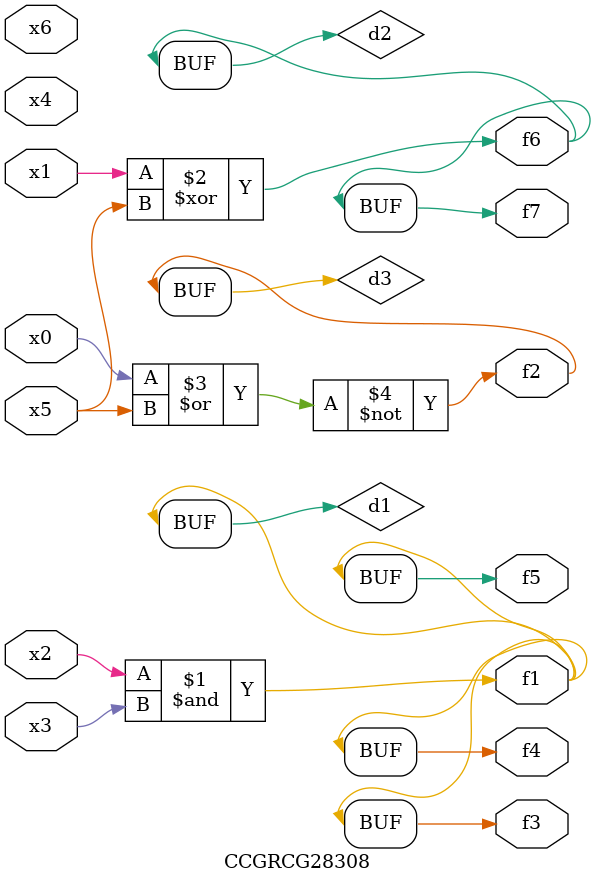
<source format=v>
module CCGRCG28308(
	input x0, x1, x2, x3, x4, x5, x6,
	output f1, f2, f3, f4, f5, f6, f7
);

	wire d1, d2, d3;

	and (d1, x2, x3);
	xor (d2, x1, x5);
	nor (d3, x0, x5);
	assign f1 = d1;
	assign f2 = d3;
	assign f3 = d1;
	assign f4 = d1;
	assign f5 = d1;
	assign f6 = d2;
	assign f7 = d2;
endmodule

</source>
